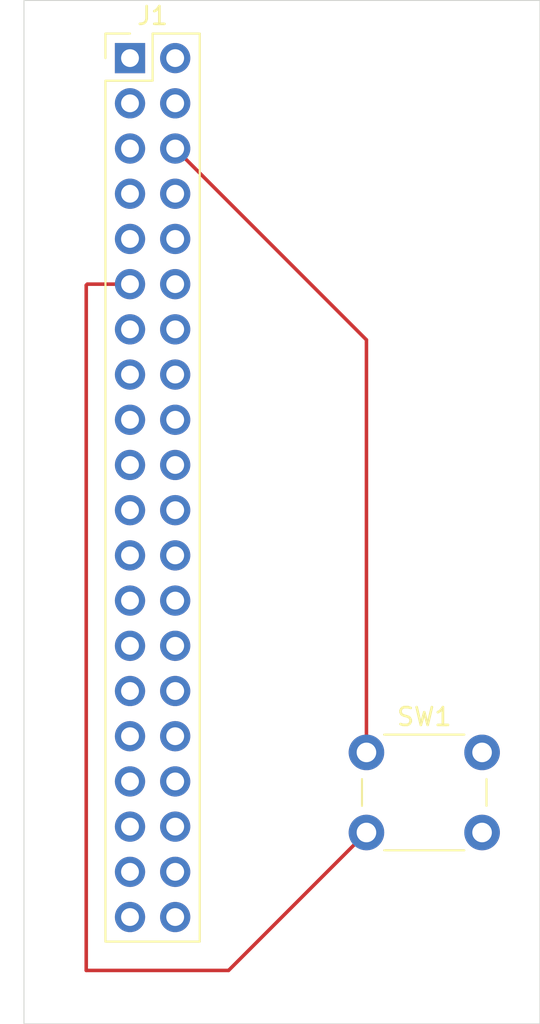
<source format=kicad_pcb>
(kicad_pcb (version 20241229) (generator "pcbnew") (generator_version "9.0")
  (layers (0 "F.Cu" signal) (2 "B.Cu" signal) (13 "F.Paste" user) (15 "B.Paste" user) (5 "F.SilkS" user "F.Silkscreen") (7 "B.SilkS" user "B.Silkscreen") (1 "F.Mask" user) (3 "B.Mask" user) (25 "Edge.Cuts" user))
  (net 0 "")
  (net 7 "Net-(J1-Pin_11)")
  (net 25 "Net-(J1-Pin_6)")
  (footprint "Button_Switch_THT:SW_PUSH_6mm" (layer "F.Cu") (at 100.75 94.25)
    (property "Reference" "SW1" (at 3.25 -2 0) (layer "F.SilkS"))
    (property "Value" "SW_Push")
    (fp_line (start -0.25 1.5) (end -0.25 3) (stroke (width 0.12)) (layer "F.SilkS"))
    (fp_line (start 1 5.5) (end 5.5 5.5) (stroke (width 0.12)) (layer "F.SilkS"))
    (fp_line (start 5.5 -1) (end 1 -1) (stroke (width 0.12)) (layer "F.SilkS"))
    (fp_line (start 6.75 3) (end 6.75 1.5) (stroke (width 0.12)) (layer "F.SilkS"))
    (pad "1" thru_hole circle (at 0 0 90) (size 2 2) (drill 1.1) (layers "*.Cu" "*.Mask") (net 25 "Net-(J1-Pin_6)"))
    (pad "1" thru_hole circle (at 6.5 0 90) (size 2 2) (drill 1.1) (layers "*.Cu" "*.Mask") (net 25 "Net-(J1-Pin_6)"))
    (pad "2" thru_hole circle (at 0 4.5 90) (size 2 2) (drill 1.1) (layers "*.Cu" "*.Mask") (net 7 "Net-(J1-Pin_11)"))
    (pad "2" thru_hole circle (at 6.5 4.5 90) (size 2 2) (drill 1.1) (layers "*.Cu" "*.Mask") (net 7 "Net-(J1-Pin_11)"))
  )
  (footprint "Connector_PinHeader_2.54mm:PinHeader_2x20_P2.54mm_Vertical" (layer "F.Cu") (at 87.46 55.24)
    (property "Reference" "J1" (at 1.27 -2.38 0) (layer "F.SilkS"))
    (property "Value" "Conn_02x20_Odd_Even")
    (fp_line (start -1.38 -1.38) (end 0 -1.38) (stroke (width 0.12)) (layer "F.SilkS"))
    (fp_line (start -1.38 0) (end -1.38 -1.38) (stroke (width 0.12)) (layer "F.SilkS"))
    (fp_line (start -1.38 1.27) (end -1.38 49.64) (stroke (width 0.12)) (layer "F.SilkS"))
    (fp_line (start -1.38 1.27) (end 1.27 1.27) (stroke (width 0.12)) (layer "F.SilkS"))
    (fp_line (start -1.38 49.64) (end 3.92 49.64) (stroke (width 0.12)) (layer "F.SilkS"))
    (fp_line (start 1.27 -1.38) (end 3.92 -1.38) (stroke (width 0.12)) (layer "F.SilkS"))
    (fp_line (start 1.27 1.27) (end 1.27 -1.38) (stroke (width 0.12)) (layer "F.SilkS"))
    (fp_line (start 3.92 -1.38) (end 3.92 49.64) (stroke (width 0.12)) (layer "F.SilkS"))
    (pad "1" thru_hole rect (at 0 0) (size 1.7 1.7) (drill 1) (layers "*.Cu" "*.Mask"))
    (pad "2" thru_hole circle (at 2.54 0) (size 1.7 1.7) (drill 1) (layers "*.Cu" "*.Mask"))
    (pad "3" thru_hole circle (at 0 2.54) (size 1.7 1.7) (drill 1) (layers "*.Cu" "*.Mask"))
    (pad "4" thru_hole circle (at 2.54 2.54) (size 1.7 1.7) (drill 1) (layers "*.Cu" "*.Mask"))
    (pad "5" thru_hole circle (at 0 5.08) (size 1.7 1.7) (drill 1) (layers "*.Cu" "*.Mask"))
    (pad "6" thru_hole circle (at 2.54 5.08) (size 1.7 1.7) (drill 1) (layers "*.Cu" "*.Mask") (net 25 "Net-(J1-Pin_6)"))
    (pad "7" thru_hole circle (at 0 7.62) (size 1.7 1.7) (drill 1) (layers "*.Cu" "*.Mask"))
    (pad "8" thru_hole circle (at 2.54 7.62) (size 1.7 1.7) (drill 1) (layers "*.Cu" "*.Mask"))
    (pad "9" thru_hole circle (at 0 10.16) (size 1.7 1.7) (drill 1) (layers "*.Cu" "*.Mask"))
    (pad "10" thru_hole circle (at 2.54 10.16) (size 1.7 1.7) (drill 1) (layers "*.Cu" "*.Mask"))
    (pad "11" thru_hole circle (at 0 12.7) (size 1.7 1.7) (drill 1) (layers "*.Cu" "*.Mask") (net 7 "Net-(J1-Pin_11)"))
    (pad "12" thru_hole circle (at 2.54 12.7) (size 1.7 1.7) (drill 1) (layers "*.Cu" "*.Mask"))
    (pad "13" thru_hole circle (at 0 15.24) (size 1.7 1.7) (drill 1) (layers "*.Cu" "*.Mask"))
    (pad "14" thru_hole circle (at 2.54 15.24) (size 1.7 1.7) (drill 1) (layers "*.Cu" "*.Mask"))
    (pad "15" thru_hole circle (at 0 17.78) (size 1.7 1.7) (drill 1) (layers "*.Cu" "*.Mask"))
    (pad "16" thru_hole circle (at 2.54 17.78) (size 1.7 1.7) (drill 1) (layers "*.Cu" "*.Mask"))
    (pad "17" thru_hole circle (at 0 20.32) (size 1.7 1.7) (drill 1) (layers "*.Cu" "*.Mask"))
    (pad "18" thru_hole circle (at 2.54 20.32) (size 1.7 1.7) (drill 1) (layers "*.Cu" "*.Mask"))
    (pad "19" thru_hole circle (at 0 22.86) (size 1.7 1.7) (drill 1) (layers "*.Cu" "*.Mask"))
    (pad "20" thru_hole circle (at 2.54 22.86) (size 1.7 1.7) (drill 1) (layers "*.Cu" "*.Mask"))
    (pad "21" thru_hole circle (at 0 25.4) (size 1.7 1.7) (drill 1) (layers "*.Cu" "*.Mask"))
    (pad "22" thru_hole circle (at 2.54 25.4) (size 1.7 1.7) (drill 1) (layers "*.Cu" "*.Mask"))
    (pad "23" thru_hole circle (at 0 27.94) (size 1.7 1.7) (drill 1) (layers "*.Cu" "*.Mask"))
    (pad "24" thru_hole circle (at 2.54 27.94) (size 1.7 1.7) (drill 1) (layers "*.Cu" "*.Mask"))
    (pad "25" thru_hole circle (at 0 30.48) (size 1.7 1.7) (drill 1) (layers "*.Cu" "*.Mask"))
    (pad "26" thru_hole circle (at 2.54 30.48) (size 1.7 1.7) (drill 1) (layers "*.Cu" "*.Mask"))
    (pad "27" thru_hole circle (at 0 33.02) (size 1.7 1.7) (drill 1) (layers "*.Cu" "*.Mask"))
    (pad "28" thru_hole circle (at 2.54 33.02) (size 1.7 1.7) (drill 1) (layers "*.Cu" "*.Mask"))
    (pad "29" thru_hole circle (at 0 35.56) (size 1.7 1.7) (drill 1) (layers "*.Cu" "*.Mask"))
    (pad "30" thru_hole circle (at 2.54 35.56) (size 1.7 1.7) (drill 1) (layers "*.Cu" "*.Mask"))
    (pad "31" thru_hole circle (at 0 38.1) (size 1.7 1.7) (drill 1) (layers "*.Cu" "*.Mask"))
    (pad "32" thru_hole circle (at 2.54 38.1) (size 1.7 1.7) (drill 1) (layers "*.Cu" "*.Mask"))
    (pad "33" thru_hole circle (at 0 40.64) (size 1.7 1.7) (drill 1) (layers "*.Cu" "*.Mask"))
    (pad "34" thru_hole circle (at 2.54 40.64) (size 1.7 1.7) (drill 1) (layers "*.Cu" "*.Mask"))
    (pad "35" thru_hole circle (at 0 43.18) (size 1.7 1.7) (drill 1) (layers "*.Cu" "*.Mask"))
    (pad "36" thru_hole circle (at 2.54 43.18) (size 1.7 1.7) (drill 1) (layers "*.Cu" "*.Mask"))
    (pad "37" thru_hole circle (at 0 45.72) (size 1.7 1.7) (drill 1) (layers "*.Cu" "*.Mask"))
    (pad "38" thru_hole circle (at 2.54 45.72) (size 1.7 1.7) (drill 1) (layers "*.Cu" "*.Mask"))
    (pad "39" thru_hole circle (at 0 48.26) (size 1.7 1.7) (drill 1) (layers "*.Cu" "*.Mask"))
    (pad "40" thru_hole circle (at 2.54 48.26) (size 1.7 1.7) (drill 1) (layers "*.Cu" "*.Mask"))
  )
  (gr_rect (start 81.5 52) (end 110.5 109.5) (stroke (width 0.05)) (fill no) (layer "Edge.Cuts"))
  (segment (start 87.46 67.94) (end 85.06 67.94) (width 0.2) (layer "F.Cu") (net 7))
  (segment (start 85 106.5) (end 93 106.5) (width 0.2) (layer "F.Cu") (net 7))
  (segment (start 85 68) (end 85 106.5) (width 0.2) (layer "F.Cu") (net 7))
  (segment (start 93 106.5) (end 100.75 98.75) (width 0.2) (layer "F.Cu") (net 7))
  (segment (start 85.06 67.94) (end 85 68) (width 0.2) (layer "F.Cu") (net 7))
  (segment (start 90 60.32) (end 100.75 71.07) (width 0.2) (layer "F.Cu") (net 25))
  (segment (start 100.75 71.07) (end 100.75 94.25) (width 0.2) (layer "F.Cu") (net 25))
)
</source>
